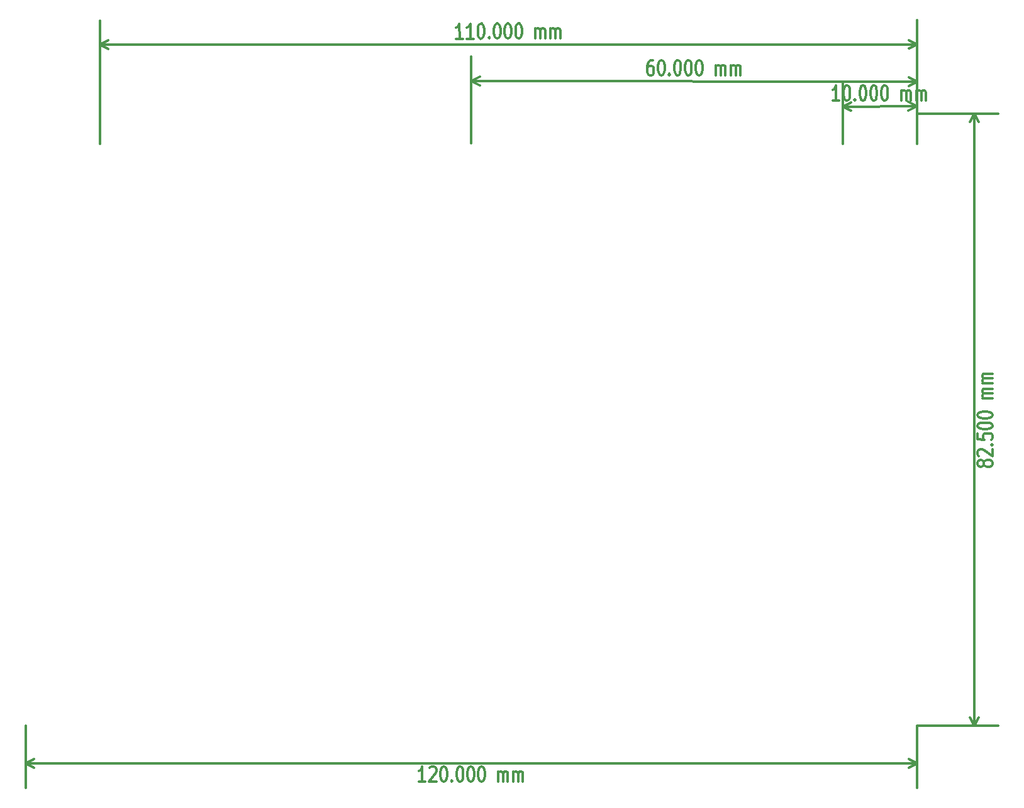
<source format=gbr>
G04 (created by PCBNEW-RS274X (2012-01-19 BZR 3256)-stable) date 5/23/2012 10:45:28 AM*
G01*
G70*
G90*
%MOIN*%
G04 Gerber Fmt 3.4, Leading zero omitted, Abs format*
%FSLAX34Y34*%
G04 APERTURE LIST*
%ADD10C,0.006000*%
%ADD11C,0.012000*%
G04 APERTURE END LIST*
G54D10*
G54D11*
X58538Y-25311D02*
X58500Y-25369D01*
X58461Y-25397D01*
X58385Y-25426D01*
X58347Y-25426D01*
X58271Y-25397D01*
X58233Y-25369D01*
X58195Y-25311D01*
X58195Y-25197D01*
X58233Y-25140D01*
X58271Y-25111D01*
X58347Y-25083D01*
X58385Y-25083D01*
X58461Y-25111D01*
X58500Y-25140D01*
X58538Y-25197D01*
X58538Y-25311D01*
X58576Y-25369D01*
X58614Y-25397D01*
X58690Y-25426D01*
X58842Y-25426D01*
X58919Y-25397D01*
X58957Y-25369D01*
X58995Y-25311D01*
X58995Y-25197D01*
X58957Y-25140D01*
X58919Y-25111D01*
X58842Y-25083D01*
X58690Y-25083D01*
X58614Y-25111D01*
X58576Y-25140D01*
X58538Y-25197D01*
X58271Y-24855D02*
X58233Y-24826D01*
X58195Y-24769D01*
X58195Y-24626D01*
X58233Y-24569D01*
X58271Y-24540D01*
X58347Y-24512D01*
X58423Y-24512D01*
X58538Y-24540D01*
X58995Y-24883D01*
X58995Y-24512D01*
X58919Y-24255D02*
X58957Y-24227D01*
X58995Y-24255D01*
X58957Y-24284D01*
X58919Y-24255D01*
X58995Y-24255D01*
X58195Y-23683D02*
X58195Y-23969D01*
X58576Y-23998D01*
X58538Y-23969D01*
X58500Y-23912D01*
X58500Y-23769D01*
X58538Y-23712D01*
X58576Y-23683D01*
X58652Y-23655D01*
X58842Y-23655D01*
X58919Y-23683D01*
X58957Y-23712D01*
X58995Y-23769D01*
X58995Y-23912D01*
X58957Y-23969D01*
X58919Y-23998D01*
X58195Y-23284D02*
X58195Y-23227D01*
X58233Y-23170D01*
X58271Y-23141D01*
X58347Y-23112D01*
X58500Y-23084D01*
X58690Y-23084D01*
X58842Y-23112D01*
X58919Y-23141D01*
X58957Y-23170D01*
X58995Y-23227D01*
X58995Y-23284D01*
X58957Y-23341D01*
X58919Y-23370D01*
X58842Y-23398D01*
X58690Y-23427D01*
X58500Y-23427D01*
X58347Y-23398D01*
X58271Y-23370D01*
X58233Y-23341D01*
X58195Y-23284D01*
X58195Y-22713D02*
X58195Y-22656D01*
X58233Y-22599D01*
X58271Y-22570D01*
X58347Y-22541D01*
X58500Y-22513D01*
X58690Y-22513D01*
X58842Y-22541D01*
X58919Y-22570D01*
X58957Y-22599D01*
X58995Y-22656D01*
X58995Y-22713D01*
X58957Y-22770D01*
X58919Y-22799D01*
X58842Y-22827D01*
X58690Y-22856D01*
X58500Y-22856D01*
X58347Y-22827D01*
X58271Y-22799D01*
X58233Y-22770D01*
X58195Y-22713D01*
X58995Y-21799D02*
X58461Y-21799D01*
X58538Y-21799D02*
X58500Y-21771D01*
X58461Y-21713D01*
X58461Y-21628D01*
X58500Y-21571D01*
X58576Y-21542D01*
X58995Y-21542D01*
X58576Y-21542D02*
X58500Y-21513D01*
X58461Y-21456D01*
X58461Y-21371D01*
X58500Y-21313D01*
X58576Y-21285D01*
X58995Y-21285D01*
X58995Y-20999D02*
X58461Y-20999D01*
X58538Y-20999D02*
X58500Y-20971D01*
X58461Y-20913D01*
X58461Y-20828D01*
X58500Y-20771D01*
X58576Y-20742D01*
X58995Y-20742D01*
X58576Y-20742D02*
X58500Y-20713D01*
X58461Y-20656D01*
X58461Y-20571D01*
X58500Y-20513D01*
X58576Y-20485D01*
X58995Y-20485D01*
X58031Y-39181D02*
X58031Y-06701D01*
X54992Y-39181D02*
X59311Y-39181D01*
X54992Y-06701D02*
X59311Y-06701D01*
X58031Y-06701D02*
X58261Y-07144D01*
X58031Y-06701D02*
X57801Y-07144D01*
X58031Y-39181D02*
X58261Y-38738D01*
X58031Y-39181D02*
X57801Y-38738D01*
X28943Y-42136D02*
X28600Y-42136D01*
X28772Y-42136D02*
X28772Y-41336D01*
X28715Y-41450D01*
X28657Y-41526D01*
X28600Y-41564D01*
X29171Y-41412D02*
X29200Y-41374D01*
X29257Y-41336D01*
X29400Y-41336D01*
X29457Y-41374D01*
X29486Y-41412D01*
X29514Y-41488D01*
X29514Y-41564D01*
X29486Y-41679D01*
X29143Y-42136D01*
X29514Y-42136D01*
X29885Y-41336D02*
X29942Y-41336D01*
X29999Y-41374D01*
X30028Y-41412D01*
X30057Y-41488D01*
X30085Y-41641D01*
X30085Y-41831D01*
X30057Y-41983D01*
X30028Y-42060D01*
X29999Y-42098D01*
X29942Y-42136D01*
X29885Y-42136D01*
X29828Y-42098D01*
X29799Y-42060D01*
X29771Y-41983D01*
X29742Y-41831D01*
X29742Y-41641D01*
X29771Y-41488D01*
X29799Y-41412D01*
X29828Y-41374D01*
X29885Y-41336D01*
X30342Y-42060D02*
X30370Y-42098D01*
X30342Y-42136D01*
X30313Y-42098D01*
X30342Y-42060D01*
X30342Y-42136D01*
X30742Y-41336D02*
X30799Y-41336D01*
X30856Y-41374D01*
X30885Y-41412D01*
X30914Y-41488D01*
X30942Y-41641D01*
X30942Y-41831D01*
X30914Y-41983D01*
X30885Y-42060D01*
X30856Y-42098D01*
X30799Y-42136D01*
X30742Y-42136D01*
X30685Y-42098D01*
X30656Y-42060D01*
X30628Y-41983D01*
X30599Y-41831D01*
X30599Y-41641D01*
X30628Y-41488D01*
X30656Y-41412D01*
X30685Y-41374D01*
X30742Y-41336D01*
X31313Y-41336D02*
X31370Y-41336D01*
X31427Y-41374D01*
X31456Y-41412D01*
X31485Y-41488D01*
X31513Y-41641D01*
X31513Y-41831D01*
X31485Y-41983D01*
X31456Y-42060D01*
X31427Y-42098D01*
X31370Y-42136D01*
X31313Y-42136D01*
X31256Y-42098D01*
X31227Y-42060D01*
X31199Y-41983D01*
X31170Y-41831D01*
X31170Y-41641D01*
X31199Y-41488D01*
X31227Y-41412D01*
X31256Y-41374D01*
X31313Y-41336D01*
X31884Y-41336D02*
X31941Y-41336D01*
X31998Y-41374D01*
X32027Y-41412D01*
X32056Y-41488D01*
X32084Y-41641D01*
X32084Y-41831D01*
X32056Y-41983D01*
X32027Y-42060D01*
X31998Y-42098D01*
X31941Y-42136D01*
X31884Y-42136D01*
X31827Y-42098D01*
X31798Y-42060D01*
X31770Y-41983D01*
X31741Y-41831D01*
X31741Y-41641D01*
X31770Y-41488D01*
X31798Y-41412D01*
X31827Y-41374D01*
X31884Y-41336D01*
X32798Y-42136D02*
X32798Y-41602D01*
X32798Y-41679D02*
X32826Y-41641D01*
X32884Y-41602D01*
X32969Y-41602D01*
X33026Y-41641D01*
X33055Y-41717D01*
X33055Y-42136D01*
X33055Y-41717D02*
X33084Y-41641D01*
X33141Y-41602D01*
X33226Y-41602D01*
X33284Y-41641D01*
X33312Y-41717D01*
X33312Y-42136D01*
X33598Y-42136D02*
X33598Y-41602D01*
X33598Y-41679D02*
X33626Y-41641D01*
X33684Y-41602D01*
X33769Y-41602D01*
X33826Y-41641D01*
X33855Y-41717D01*
X33855Y-42136D01*
X33855Y-41717D02*
X33884Y-41641D01*
X33941Y-41602D01*
X34026Y-41602D01*
X34084Y-41641D01*
X34112Y-41717D01*
X34112Y-42136D01*
X07748Y-41172D02*
X54992Y-41172D01*
X07748Y-39181D02*
X07748Y-42452D01*
X54992Y-39181D02*
X54992Y-42452D01*
X54992Y-41172D02*
X54549Y-41402D01*
X54992Y-41172D02*
X54549Y-40942D01*
X07748Y-41172D02*
X08191Y-41402D01*
X07748Y-41172D02*
X08191Y-40942D01*
X30917Y-02718D02*
X30574Y-02719D01*
X30746Y-02719D02*
X30744Y-01919D01*
X30687Y-02033D01*
X30630Y-02109D01*
X30573Y-02147D01*
X31488Y-02717D02*
X31145Y-02718D01*
X31317Y-02718D02*
X31315Y-01918D01*
X31258Y-02032D01*
X31201Y-02108D01*
X31144Y-02146D01*
X31857Y-01917D02*
X31914Y-01916D01*
X31971Y-01954D01*
X32000Y-01992D01*
X32029Y-02068D01*
X32058Y-02221D01*
X32058Y-02411D01*
X32030Y-02563D01*
X32001Y-02640D01*
X31973Y-02678D01*
X31916Y-02716D01*
X31859Y-02717D01*
X31802Y-02679D01*
X31772Y-02641D01*
X31744Y-02564D01*
X31715Y-02412D01*
X31715Y-02222D01*
X31743Y-02069D01*
X31771Y-01993D01*
X31800Y-01955D01*
X31857Y-01917D01*
X32315Y-02640D02*
X32344Y-02678D01*
X32316Y-02716D01*
X32287Y-02678D01*
X32315Y-02640D01*
X32316Y-02716D01*
X32714Y-01915D02*
X32771Y-01915D01*
X32828Y-01953D01*
X32857Y-01991D01*
X32886Y-02067D01*
X32915Y-02220D01*
X32915Y-02410D01*
X32887Y-02562D01*
X32858Y-02639D01*
X32829Y-02677D01*
X32773Y-02715D01*
X32716Y-02715D01*
X32659Y-02677D01*
X32629Y-02639D01*
X32601Y-02562D01*
X32572Y-02410D01*
X32572Y-02220D01*
X32600Y-02067D01*
X32628Y-01991D01*
X32657Y-01953D01*
X32714Y-01915D01*
X33285Y-01914D02*
X33342Y-01914D01*
X33399Y-01952D01*
X33428Y-01990D01*
X33457Y-02066D01*
X33486Y-02219D01*
X33486Y-02409D01*
X33458Y-02561D01*
X33429Y-02638D01*
X33400Y-02676D01*
X33344Y-02714D01*
X33287Y-02714D01*
X33229Y-02676D01*
X33200Y-02638D01*
X33172Y-02561D01*
X33143Y-02409D01*
X33143Y-02219D01*
X33171Y-02066D01*
X33199Y-01990D01*
X33228Y-01952D01*
X33285Y-01914D01*
X33856Y-01913D02*
X33913Y-01913D01*
X33970Y-01951D01*
X33999Y-01989D01*
X34028Y-02065D01*
X34057Y-02218D01*
X34057Y-02408D01*
X34029Y-02560D01*
X34000Y-02637D01*
X33971Y-02675D01*
X33915Y-02713D01*
X33858Y-02713D01*
X33800Y-02675D01*
X33771Y-02637D01*
X33743Y-02560D01*
X33714Y-02408D01*
X33714Y-02218D01*
X33742Y-02065D01*
X33770Y-01989D01*
X33799Y-01951D01*
X33856Y-01913D01*
X34772Y-02712D02*
X34771Y-02178D01*
X34771Y-02255D02*
X34799Y-02216D01*
X34857Y-02177D01*
X34942Y-02177D01*
X34999Y-02216D01*
X35028Y-02292D01*
X35029Y-02711D01*
X35028Y-02292D02*
X35057Y-02216D01*
X35114Y-02177D01*
X35199Y-02177D01*
X35257Y-02216D01*
X35285Y-02292D01*
X35286Y-02711D01*
X35572Y-02710D02*
X35571Y-02176D01*
X35571Y-02253D02*
X35599Y-02215D01*
X35657Y-02176D01*
X35742Y-02176D01*
X35799Y-02215D01*
X35828Y-02291D01*
X35829Y-02710D01*
X35828Y-02291D02*
X35857Y-02215D01*
X35914Y-02176D01*
X35999Y-02175D01*
X36057Y-02214D01*
X36085Y-02290D01*
X36086Y-02709D01*
X54997Y-03017D02*
X11690Y-03044D01*
X55000Y-08260D02*
X54997Y-01737D01*
X11693Y-08287D02*
X11690Y-01764D01*
X11690Y-03044D02*
X12133Y-02813D01*
X11690Y-03044D02*
X12133Y-03274D01*
X54997Y-03017D02*
X54554Y-02787D01*
X54997Y-03017D02*
X54554Y-03248D01*
X40989Y-03856D02*
X40875Y-03856D01*
X40818Y-03894D01*
X40789Y-03932D01*
X40732Y-04046D01*
X40702Y-04199D01*
X40702Y-04503D01*
X40731Y-04580D01*
X40759Y-04618D01*
X40816Y-04656D01*
X40930Y-04656D01*
X40988Y-04618D01*
X41017Y-04580D01*
X41045Y-04503D01*
X41045Y-04313D01*
X41017Y-04237D01*
X40988Y-04199D01*
X40931Y-04161D01*
X40817Y-04161D01*
X40759Y-04199D01*
X40731Y-04237D01*
X40702Y-04313D01*
X41417Y-03857D02*
X41474Y-03857D01*
X41531Y-03895D01*
X41560Y-03933D01*
X41589Y-04009D01*
X41616Y-04162D01*
X41616Y-04352D01*
X41588Y-04504D01*
X41559Y-04581D01*
X41530Y-04619D01*
X41472Y-04657D01*
X41415Y-04657D01*
X41359Y-04619D01*
X41330Y-04581D01*
X41302Y-04504D01*
X41273Y-04352D01*
X41273Y-04162D01*
X41303Y-04009D01*
X41331Y-03933D01*
X41360Y-03895D01*
X41417Y-03857D01*
X41873Y-04582D02*
X41901Y-04620D01*
X41872Y-04658D01*
X41844Y-04620D01*
X41873Y-04582D01*
X41872Y-04658D01*
X42274Y-03858D02*
X42331Y-03859D01*
X42388Y-03897D01*
X42417Y-03935D01*
X42446Y-04011D01*
X42473Y-04164D01*
X42473Y-04354D01*
X42445Y-04506D01*
X42416Y-04583D01*
X42387Y-04621D01*
X42329Y-04659D01*
X42272Y-04658D01*
X42216Y-04620D01*
X42187Y-04582D01*
X42159Y-04505D01*
X42130Y-04353D01*
X42130Y-04163D01*
X42160Y-04010D01*
X42188Y-03934D01*
X42217Y-03896D01*
X42274Y-03858D01*
X42845Y-03859D02*
X42902Y-03860D01*
X42959Y-03898D01*
X42988Y-03936D01*
X43017Y-04012D01*
X43044Y-04165D01*
X43044Y-04355D01*
X43016Y-04507D01*
X42987Y-04584D01*
X42958Y-04622D01*
X42900Y-04660D01*
X42843Y-04659D01*
X42787Y-04621D01*
X42758Y-04583D01*
X42730Y-04506D01*
X42701Y-04354D01*
X42701Y-04164D01*
X42731Y-04011D01*
X42759Y-03935D01*
X42788Y-03897D01*
X42845Y-03859D01*
X43416Y-03860D02*
X43473Y-03860D01*
X43530Y-03899D01*
X43559Y-03937D01*
X43588Y-04013D01*
X43615Y-04166D01*
X43615Y-04356D01*
X43587Y-04508D01*
X43558Y-04585D01*
X43529Y-04623D01*
X43471Y-04660D01*
X43414Y-04660D01*
X43358Y-04622D01*
X43329Y-04584D01*
X43301Y-04507D01*
X43272Y-04355D01*
X43272Y-04165D01*
X43302Y-04012D01*
X43330Y-03936D01*
X43359Y-03898D01*
X43416Y-03860D01*
X44328Y-04662D02*
X44329Y-04128D01*
X44329Y-04205D02*
X44357Y-04167D01*
X44415Y-04128D01*
X44500Y-04128D01*
X44557Y-04167D01*
X44586Y-04243D01*
X44585Y-04662D01*
X44586Y-04243D02*
X44615Y-04167D01*
X44672Y-04129D01*
X44757Y-04129D01*
X44815Y-04168D01*
X44843Y-04244D01*
X44842Y-04663D01*
X45128Y-04663D02*
X45129Y-04129D01*
X45129Y-04206D02*
X45157Y-04168D01*
X45215Y-04130D01*
X45300Y-04130D01*
X45357Y-04169D01*
X45386Y-04245D01*
X45385Y-04664D01*
X45386Y-04245D02*
X45415Y-04169D01*
X45472Y-04130D01*
X45557Y-04130D01*
X45615Y-04169D01*
X45643Y-04245D01*
X45642Y-04664D01*
X55004Y-04992D02*
X31370Y-04961D01*
X55000Y-08311D02*
X55005Y-03712D01*
X31366Y-08280D02*
X31371Y-03681D01*
X31370Y-04961D02*
X31813Y-04731D01*
X31370Y-04961D02*
X31813Y-05192D01*
X55004Y-04992D02*
X54561Y-04761D01*
X55004Y-04992D02*
X54561Y-05222D01*
X50874Y-06005D02*
X50531Y-06007D01*
X50703Y-06006D02*
X50700Y-05206D01*
X50644Y-05320D01*
X50586Y-05396D01*
X50529Y-05435D01*
X51242Y-05204D02*
X51299Y-05204D01*
X51356Y-05242D01*
X51386Y-05280D01*
X51415Y-05356D01*
X51443Y-05508D01*
X51444Y-05698D01*
X51417Y-05851D01*
X51388Y-05928D01*
X51359Y-05966D01*
X51302Y-06004D01*
X51245Y-06004D01*
X51188Y-05966D01*
X51159Y-05928D01*
X51131Y-05852D01*
X51101Y-05700D01*
X51100Y-05510D01*
X51129Y-05357D01*
X51157Y-05280D01*
X51185Y-05242D01*
X51242Y-05204D01*
X51702Y-05927D02*
X51730Y-05964D01*
X51702Y-06003D01*
X51673Y-05965D01*
X51702Y-05927D01*
X51702Y-06003D01*
X52099Y-05201D02*
X52156Y-05201D01*
X52213Y-05239D01*
X52243Y-05277D01*
X52272Y-05353D01*
X52300Y-05505D01*
X52301Y-05695D01*
X52274Y-05848D01*
X52245Y-05925D01*
X52216Y-05963D01*
X52159Y-06001D01*
X52102Y-06001D01*
X52045Y-05963D01*
X52016Y-05925D01*
X51988Y-05849D01*
X51958Y-05697D01*
X51957Y-05507D01*
X51986Y-05354D01*
X52014Y-05277D01*
X52042Y-05239D01*
X52099Y-05201D01*
X52670Y-05199D02*
X52727Y-05199D01*
X52784Y-05237D01*
X52814Y-05275D01*
X52843Y-05351D01*
X52871Y-05504D01*
X52872Y-05693D01*
X52845Y-05846D01*
X52816Y-05923D01*
X52787Y-05961D01*
X52730Y-05999D01*
X52673Y-05999D01*
X52616Y-05961D01*
X52587Y-05923D01*
X52559Y-05847D01*
X52529Y-05695D01*
X52528Y-05505D01*
X52557Y-05352D01*
X52585Y-05275D01*
X52613Y-05237D01*
X52670Y-05199D01*
X53241Y-05197D02*
X53298Y-05197D01*
X53355Y-05235D01*
X53385Y-05273D01*
X53414Y-05349D01*
X53442Y-05502D01*
X53443Y-05692D01*
X53416Y-05844D01*
X53387Y-05921D01*
X53358Y-05959D01*
X53301Y-05997D01*
X53244Y-05997D01*
X53187Y-05959D01*
X53158Y-05922D01*
X53130Y-05845D01*
X53100Y-05693D01*
X53099Y-05503D01*
X53128Y-05350D01*
X53156Y-05274D01*
X53184Y-05235D01*
X53241Y-05197D01*
X54158Y-05994D02*
X54156Y-05460D01*
X54157Y-05537D02*
X54184Y-05499D01*
X54242Y-05460D01*
X54327Y-05459D01*
X54384Y-05498D01*
X54414Y-05574D01*
X54415Y-05993D01*
X54414Y-05574D02*
X54442Y-05498D01*
X54499Y-05459D01*
X54584Y-05459D01*
X54642Y-05497D01*
X54671Y-05573D01*
X54672Y-05992D01*
X54958Y-05991D02*
X54956Y-05457D01*
X54957Y-05534D02*
X54984Y-05496D01*
X55042Y-05457D01*
X55127Y-05457D01*
X55184Y-05495D01*
X55214Y-05571D01*
X55215Y-05990D01*
X55214Y-05571D02*
X55242Y-05495D01*
X55299Y-05456D01*
X55384Y-05456D01*
X55442Y-05495D01*
X55471Y-05570D01*
X55472Y-05989D01*
X54985Y-06311D02*
X51048Y-06318D01*
X54988Y-08280D02*
X54983Y-05031D01*
X51051Y-08287D02*
X51046Y-05038D01*
X51048Y-06318D02*
X51491Y-06087D01*
X51048Y-06318D02*
X51491Y-06548D01*
X54985Y-06311D02*
X54542Y-06081D01*
X54985Y-06311D02*
X54542Y-06542D01*
M02*

</source>
